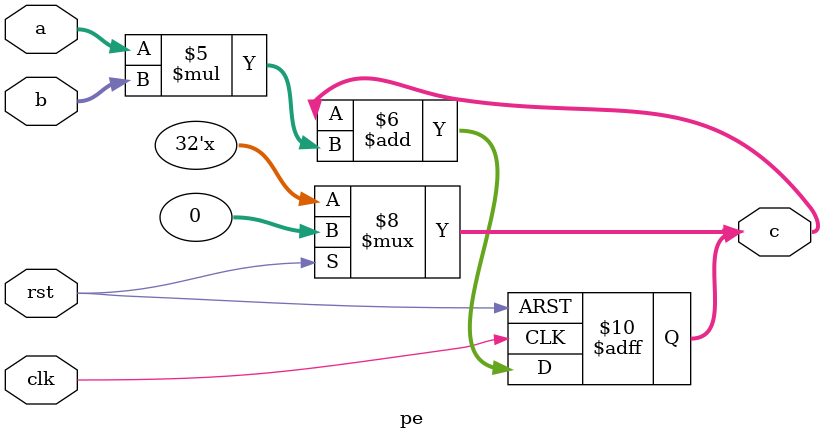
<source format=v>
module pe(
    input clk,
    input rst,
    input [31:0] a,
    input [31:0] b,
    output [31:0] c
);

// Accumulator Register
always @(*)
begin
    if (rst)
        c <= 0;
    else
        c <= c + a * b;
end

// Multiplication and Accumulation
always @(posedge clk or posedge rst)
begin
    if (rst)
        c <= 0;
    else
        c <= c + a * b;
end

endmodule
</source>
